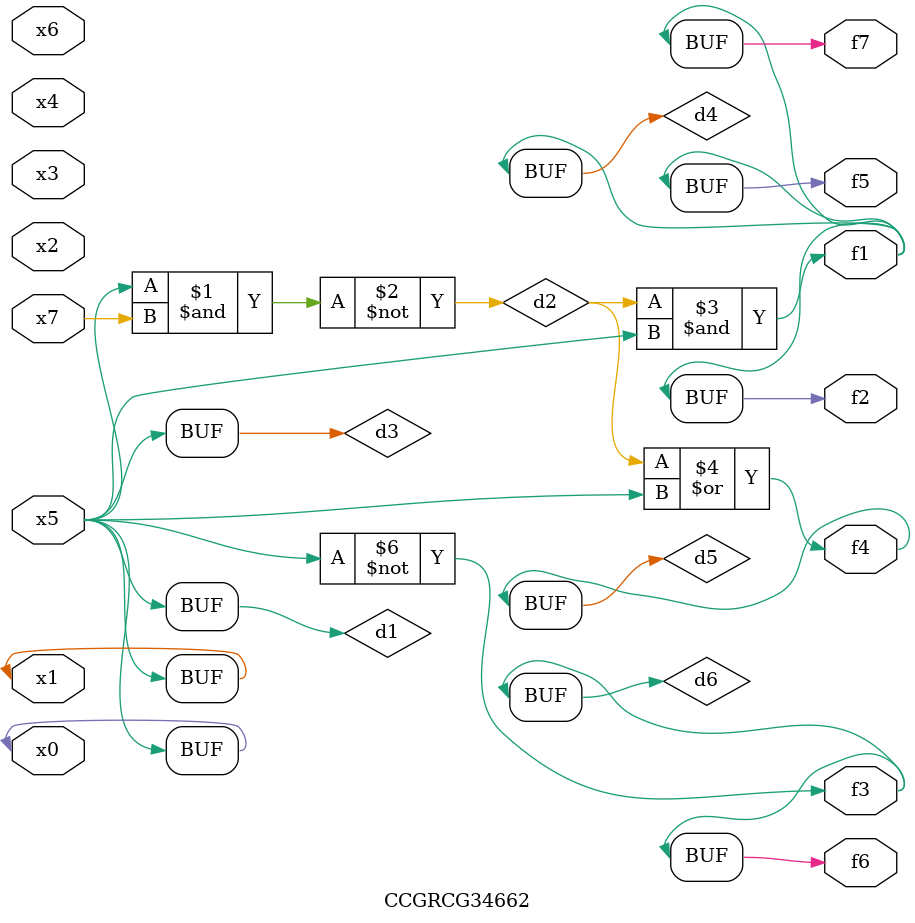
<source format=v>
module CCGRCG34662(
	input x0, x1, x2, x3, x4, x5, x6, x7,
	output f1, f2, f3, f4, f5, f6, f7
);

	wire d1, d2, d3, d4, d5, d6;

	buf (d1, x0, x5);
	nand (d2, x5, x7);
	buf (d3, x0, x1);
	and (d4, d2, d3);
	or (d5, d2, d3);
	nor (d6, d1, d3);
	assign f1 = d4;
	assign f2 = d4;
	assign f3 = d6;
	assign f4 = d5;
	assign f5 = d4;
	assign f6 = d6;
	assign f7 = d4;
endmodule

</source>
